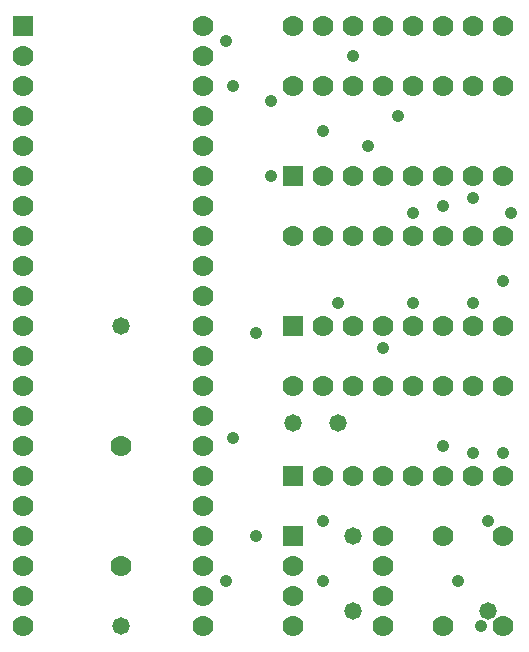
<source format=gbr>
G04 DesignSpark PCB Gerber Version 10.0 Build 5299*
G04 #@! TF.Part,Single*
G04 #@! TF.FileFunction,Soldermask,Bot*
G04 #@! TF.FilePolarity,Negative*
%FSLAX35Y35*%
%MOIN*%
G04 #@! TA.AperFunction,WasherPad*
%ADD18R,0.07000X0.07000*%
%ADD70C,0.04200*%
%ADD19C,0.05800*%
%ADD17C,0.07000*%
G04 #@! TD.AperFunction*
X0Y0D02*
D02*
D17*
X15250Y15250D03*
Y25250D03*
Y35250D03*
Y45250D03*
Y55250D03*
Y65250D03*
Y75250D03*
Y85250D03*
Y95250D03*
Y105250D03*
Y115250D03*
Y125250D03*
Y135250D03*
Y145250D03*
Y155250D03*
Y165250D03*
Y175250D03*
Y185250D03*
Y195250D03*
Y205250D03*
X47750Y35250D03*
Y75250D03*
X75250Y15250D03*
Y25250D03*
Y35250D03*
Y45250D03*
Y55250D03*
Y65250D03*
Y75250D03*
Y85250D03*
Y95250D03*
Y105250D03*
Y115250D03*
Y125250D03*
Y135250D03*
Y145250D03*
Y155250D03*
Y165250D03*
Y175250D03*
Y185250D03*
Y195250D03*
Y205250D03*
Y215250D03*
X105250Y15250D03*
Y25250D03*
Y35250D03*
Y95250D03*
Y145250D03*
Y195250D03*
Y215250D03*
X115250Y65250D03*
Y95250D03*
Y115250D03*
Y145250D03*
Y165250D03*
Y195250D03*
Y215250D03*
X125250Y65250D03*
Y95250D03*
Y115250D03*
Y145250D03*
Y165250D03*
Y195250D03*
Y215250D03*
X135250Y15250D03*
Y25250D03*
Y35250D03*
Y45250D03*
Y65250D03*
Y95250D03*
Y115250D03*
Y145250D03*
Y165250D03*
Y195250D03*
Y215250D03*
X145250Y65250D03*
Y95250D03*
Y115250D03*
Y145250D03*
Y165250D03*
Y195250D03*
Y215250D03*
X155250Y15250D03*
Y45250D03*
Y65250D03*
Y95250D03*
Y115250D03*
Y145250D03*
Y165250D03*
Y195250D03*
Y215250D03*
X165250Y65250D03*
Y95250D03*
Y115250D03*
Y145250D03*
Y165250D03*
Y195250D03*
Y215250D03*
X175250Y15250D03*
Y45250D03*
Y65250D03*
Y95250D03*
Y115250D03*
Y145250D03*
Y165250D03*
Y195250D03*
Y215250D03*
D02*
D18*
X15250D03*
X105250Y45250D03*
Y65250D03*
Y115250D03*
Y165250D03*
D02*
D19*
X47750Y15250D03*
Y115250D03*
X105250Y82750D03*
X120250D03*
X125250Y20250D03*
Y45250D03*
X170250Y20250D03*
D02*
D70*
X82750Y30250D03*
Y210250D03*
X85250Y77750D03*
Y195250D03*
X92750Y45250D03*
Y112750D03*
X97750Y165250D03*
Y190250D03*
X115250Y30250D03*
Y50250D03*
Y180250D03*
X120250Y122750D03*
X125250Y205250D03*
X130250Y175250D03*
X135250Y107750D03*
X140250Y185250D03*
X145250Y122750D03*
Y152750D03*
X155250Y75250D03*
Y155250D03*
X160250Y30250D03*
X165250Y72750D03*
Y122750D03*
Y157750D03*
X167750Y15250D03*
X170250Y50250D03*
X175250Y72750D03*
Y130250D03*
X177750Y152750D03*
X0Y0D02*
M02*

</source>
